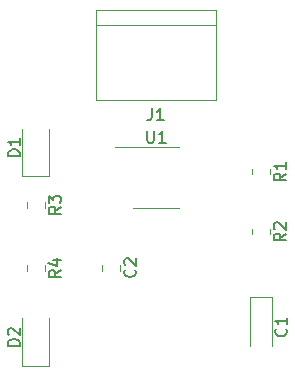
<source format=gbr>
%TF.GenerationSoftware,KiCad,Pcbnew,(6.0.10)*%
%TF.CreationDate,2023-02-16T14:37:26-08:00*%
%TF.ProjectId,lab4 task2,6c616234-2074-4617-936b-322e6b696361,rev?*%
%TF.SameCoordinates,Original*%
%TF.FileFunction,Legend,Top*%
%TF.FilePolarity,Positive*%
%FSLAX46Y46*%
G04 Gerber Fmt 4.6, Leading zero omitted, Abs format (unit mm)*
G04 Created by KiCad (PCBNEW (6.0.10)) date 2023-02-16 14:37:26*
%MOMM*%
%LPD*%
G01*
G04 APERTURE LIST*
%ADD10C,0.150000*%
%ADD11C,0.120000*%
G04 APERTURE END LIST*
D10*
%TO.C,R1*%
X165932380Y-91336666D02*
X165456190Y-91670000D01*
X165932380Y-91908095D02*
X164932380Y-91908095D01*
X164932380Y-91527142D01*
X164980000Y-91431904D01*
X165027619Y-91384285D01*
X165122857Y-91336666D01*
X165265714Y-91336666D01*
X165360952Y-91384285D01*
X165408571Y-91431904D01*
X165456190Y-91527142D01*
X165456190Y-91908095D01*
X165932380Y-90384285D02*
X165932380Y-90955714D01*
X165932380Y-90670000D02*
X164932380Y-90670000D01*
X165075238Y-90765238D01*
X165170476Y-90860476D01*
X165218095Y-90955714D01*
%TO.C,R3*%
X146882380Y-94146666D02*
X146406190Y-94480000D01*
X146882380Y-94718095D02*
X145882380Y-94718095D01*
X145882380Y-94337142D01*
X145930000Y-94241904D01*
X145977619Y-94194285D01*
X146072857Y-94146666D01*
X146215714Y-94146666D01*
X146310952Y-94194285D01*
X146358571Y-94241904D01*
X146406190Y-94337142D01*
X146406190Y-94718095D01*
X145882380Y-93813333D02*
X145882380Y-93194285D01*
X146263333Y-93527619D01*
X146263333Y-93384761D01*
X146310952Y-93289523D01*
X146358571Y-93241904D01*
X146453809Y-93194285D01*
X146691904Y-93194285D01*
X146787142Y-93241904D01*
X146834761Y-93289523D01*
X146882380Y-93384761D01*
X146882380Y-93670476D01*
X146834761Y-93765714D01*
X146787142Y-93813333D01*
%TO.C,J1*%
X154606666Y-85812380D02*
X154606666Y-86526666D01*
X154559047Y-86669523D01*
X154463809Y-86764761D01*
X154320952Y-86812380D01*
X154225714Y-86812380D01*
X155606666Y-86812380D02*
X155035238Y-86812380D01*
X155320952Y-86812380D02*
X155320952Y-85812380D01*
X155225714Y-85955238D01*
X155130476Y-86050476D01*
X155035238Y-86098095D01*
%TO.C,U1*%
X154208095Y-87712380D02*
X154208095Y-88521904D01*
X154255714Y-88617142D01*
X154303333Y-88664761D01*
X154398571Y-88712380D01*
X154589047Y-88712380D01*
X154684285Y-88664761D01*
X154731904Y-88617142D01*
X154779523Y-88521904D01*
X154779523Y-87712380D01*
X155779523Y-88712380D02*
X155208095Y-88712380D01*
X155493809Y-88712380D02*
X155493809Y-87712380D01*
X155398571Y-87855238D01*
X155303333Y-87950476D01*
X155208095Y-87998095D01*
%TO.C,D1*%
X143412380Y-89855595D02*
X142412380Y-89855595D01*
X142412380Y-89617500D01*
X142460000Y-89474642D01*
X142555238Y-89379404D01*
X142650476Y-89331785D01*
X142840952Y-89284166D01*
X142983809Y-89284166D01*
X143174285Y-89331785D01*
X143269523Y-89379404D01*
X143364761Y-89474642D01*
X143412380Y-89617500D01*
X143412380Y-89855595D01*
X143412380Y-88331785D02*
X143412380Y-88903214D01*
X143412380Y-88617500D02*
X142412380Y-88617500D01*
X142555238Y-88712738D01*
X142650476Y-88807976D01*
X142698095Y-88903214D01*
%TO.C,R2*%
X165932380Y-96416666D02*
X165456190Y-96750000D01*
X165932380Y-96988095D02*
X164932380Y-96988095D01*
X164932380Y-96607142D01*
X164980000Y-96511904D01*
X165027619Y-96464285D01*
X165122857Y-96416666D01*
X165265714Y-96416666D01*
X165360952Y-96464285D01*
X165408571Y-96511904D01*
X165456190Y-96607142D01*
X165456190Y-96988095D01*
X165027619Y-96035714D02*
X164980000Y-95988095D01*
X164932380Y-95892857D01*
X164932380Y-95654761D01*
X164980000Y-95559523D01*
X165027619Y-95511904D01*
X165122857Y-95464285D01*
X165218095Y-95464285D01*
X165360952Y-95511904D01*
X165932380Y-96083333D01*
X165932380Y-95464285D01*
%TO.C,C1*%
X165937142Y-104474166D02*
X165984761Y-104521785D01*
X166032380Y-104664642D01*
X166032380Y-104759880D01*
X165984761Y-104902738D01*
X165889523Y-104997976D01*
X165794285Y-105045595D01*
X165603809Y-105093214D01*
X165460952Y-105093214D01*
X165270476Y-105045595D01*
X165175238Y-104997976D01*
X165080000Y-104902738D01*
X165032380Y-104759880D01*
X165032380Y-104664642D01*
X165080000Y-104521785D01*
X165127619Y-104474166D01*
X166032380Y-103521785D02*
X166032380Y-104093214D01*
X166032380Y-103807500D02*
X165032380Y-103807500D01*
X165175238Y-103902738D01*
X165270476Y-103997976D01*
X165318095Y-104093214D01*
%TO.C,D2*%
X143412380Y-105930595D02*
X142412380Y-105930595D01*
X142412380Y-105692500D01*
X142460000Y-105549642D01*
X142555238Y-105454404D01*
X142650476Y-105406785D01*
X142840952Y-105359166D01*
X142983809Y-105359166D01*
X143174285Y-105406785D01*
X143269523Y-105454404D01*
X143364761Y-105549642D01*
X143412380Y-105692500D01*
X143412380Y-105930595D01*
X142507619Y-104978214D02*
X142460000Y-104930595D01*
X142412380Y-104835357D01*
X142412380Y-104597261D01*
X142460000Y-104502023D01*
X142507619Y-104454404D01*
X142602857Y-104406785D01*
X142698095Y-104406785D01*
X142840952Y-104454404D01*
X143412380Y-105025833D01*
X143412380Y-104406785D01*
%TO.C,R4*%
X146882380Y-99496666D02*
X146406190Y-99830000D01*
X146882380Y-100068095D02*
X145882380Y-100068095D01*
X145882380Y-99687142D01*
X145930000Y-99591904D01*
X145977619Y-99544285D01*
X146072857Y-99496666D01*
X146215714Y-99496666D01*
X146310952Y-99544285D01*
X146358571Y-99591904D01*
X146406190Y-99687142D01*
X146406190Y-100068095D01*
X146215714Y-98639523D02*
X146882380Y-98639523D01*
X145834761Y-98877619D02*
X146549047Y-99115714D01*
X146549047Y-98496666D01*
%TO.C,C2*%
X153167142Y-99459166D02*
X153214761Y-99506785D01*
X153262380Y-99649642D01*
X153262380Y-99744880D01*
X153214761Y-99887738D01*
X153119523Y-99982976D01*
X153024285Y-100030595D01*
X152833809Y-100078214D01*
X152690952Y-100078214D01*
X152500476Y-100030595D01*
X152405238Y-99982976D01*
X152310000Y-99887738D01*
X152262380Y-99744880D01*
X152262380Y-99649642D01*
X152310000Y-99506785D01*
X152357619Y-99459166D01*
X152357619Y-99078214D02*
X152310000Y-99030595D01*
X152262380Y-98935357D01*
X152262380Y-98697261D01*
X152310000Y-98602023D01*
X152357619Y-98554404D01*
X152452857Y-98506785D01*
X152548095Y-98506785D01*
X152690952Y-98554404D01*
X153262380Y-99125833D01*
X153262380Y-98506785D01*
D11*
%TO.C,R1*%
X163095000Y-90942936D02*
X163095000Y-91397064D01*
X164565000Y-90942936D02*
X164565000Y-91397064D01*
%TO.C,R3*%
X145515000Y-93752936D02*
X145515000Y-94207064D01*
X144045000Y-93752936D02*
X144045000Y-94207064D01*
%TO.C,J1*%
X160020000Y-77470000D02*
X149860000Y-77470000D01*
X149860000Y-77470000D02*
X149860000Y-85090000D01*
X149860000Y-85090000D02*
X160020000Y-85090000D01*
X149860000Y-78740000D02*
X160020000Y-78740000D01*
X160020000Y-85090000D02*
X160020000Y-77470000D01*
%TO.C,U1*%
X154970000Y-94220000D02*
X153020000Y-94220000D01*
X154970000Y-89100000D02*
X156920000Y-89100000D01*
X154970000Y-89100000D02*
X151520000Y-89100000D01*
X154970000Y-94220000D02*
X156920000Y-94220000D01*
%TO.C,D1*%
X143645000Y-87517500D02*
X143645000Y-91577500D01*
X143645000Y-91577500D02*
X145915000Y-91577500D01*
X145915000Y-91577500D02*
X145915000Y-87517500D01*
%TO.C,R2*%
X163095000Y-96022936D02*
X163095000Y-96477064D01*
X164565000Y-96022936D02*
X164565000Y-96477064D01*
%TO.C,C1*%
X164765000Y-101822500D02*
X162895000Y-101822500D01*
X164765000Y-105907500D02*
X164765000Y-101822500D01*
X162895000Y-101822500D02*
X162895000Y-105907500D01*
%TO.C,D2*%
X145915000Y-107652500D02*
X145915000Y-103592500D01*
X143645000Y-103592500D02*
X143645000Y-107652500D01*
X143645000Y-107652500D02*
X145915000Y-107652500D01*
%TO.C,R4*%
X145515000Y-99102936D02*
X145515000Y-99557064D01*
X144045000Y-99102936D02*
X144045000Y-99557064D01*
%TO.C,C2*%
X151865000Y-99031248D02*
X151865000Y-99553752D01*
X150395000Y-99031248D02*
X150395000Y-99553752D01*
%TD*%
M02*

</source>
